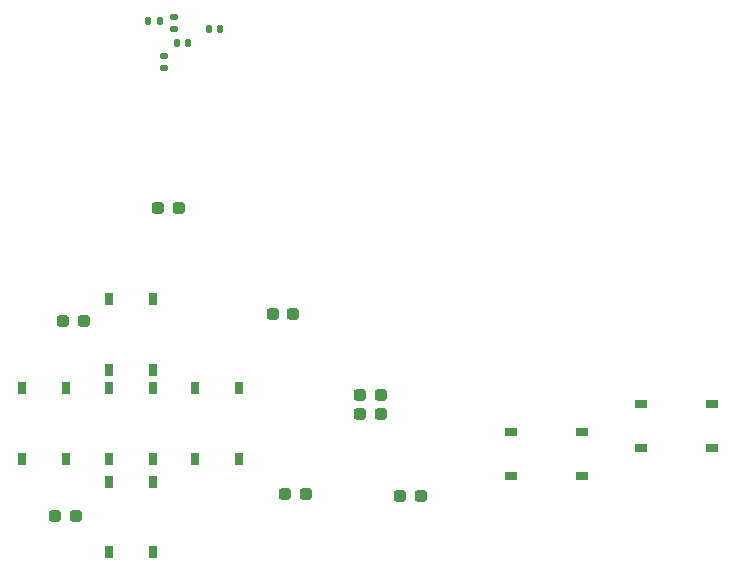
<source format=gbr>
%TF.GenerationSoftware,KiCad,Pcbnew,9.0.0*%
%TF.CreationDate,2025-05-29T01:16:52+08:00*%
%TF.ProjectId,greybadge_pcb,67726579-6261-4646-9765-5f7063622e6b,rev?*%
%TF.SameCoordinates,Original*%
%TF.FileFunction,Paste,Top*%
%TF.FilePolarity,Positive*%
%FSLAX46Y46*%
G04 Gerber Fmt 4.6, Leading zero omitted, Abs format (unit mm)*
G04 Created by KiCad (PCBNEW 9.0.0) date 2025-05-29 01:16:52*
%MOMM*%
%LPD*%
G01*
G04 APERTURE LIST*
G04 Aperture macros list*
%AMRoundRect*
0 Rectangle with rounded corners*
0 $1 Rounding radius*
0 $2 $3 $4 $5 $6 $7 $8 $9 X,Y pos of 4 corners*
0 Add a 4 corners polygon primitive as box body*
4,1,4,$2,$3,$4,$5,$6,$7,$8,$9,$2,$3,0*
0 Add four circle primitives for the rounded corners*
1,1,$1+$1,$2,$3*
1,1,$1+$1,$4,$5*
1,1,$1+$1,$6,$7*
1,1,$1+$1,$8,$9*
0 Add four rect primitives between the rounded corners*
20,1,$1+$1,$2,$3,$4,$5,0*
20,1,$1+$1,$4,$5,$6,$7,0*
20,1,$1+$1,$6,$7,$8,$9,0*
20,1,$1+$1,$8,$9,$2,$3,0*%
G04 Aperture macros list end*
%ADD10RoundRect,0.140000X0.140000X0.170000X-0.140000X0.170000X-0.140000X-0.170000X0.140000X-0.170000X0*%
%ADD11RoundRect,0.237500X-0.287500X-0.237500X0.287500X-0.237500X0.287500X0.237500X-0.287500X0.237500X0*%
%ADD12R,0.750000X1.000000*%
%ADD13RoundRect,0.140000X-0.170000X0.140000X-0.170000X-0.140000X0.170000X-0.140000X0.170000X0.140000X0*%
%ADD14R,1.000000X0.750000*%
G04 APERTURE END LIST*
D10*
%TO.C,C6*%
X104700000Y-88460000D03*
X103740000Y-88460000D03*
%TD*%
D11*
%TO.C,D7*%
X122642457Y-126857305D03*
X124392457Y-126857305D03*
%TD*%
D10*
%TO.C,C9*%
X102300000Y-86625000D03*
X101340000Y-86625000D03*
%TD*%
D12*
%TO.C,SW5*%
X97998499Y-123714415D03*
X97998499Y-117714415D03*
X101748499Y-123714415D03*
X101748499Y-117714415D03*
%TD*%
D11*
%TO.C,D3*%
X94133119Y-112005806D03*
X95883119Y-112005806D03*
%TD*%
D12*
%TO.C,SW1*%
X97998499Y-116119285D03*
X97998499Y-110119285D03*
X101748499Y-116119285D03*
X101748499Y-110119285D03*
%TD*%
D11*
%TO.C,D5*%
X102171899Y-102443298D03*
X103921899Y-102443298D03*
%TD*%
D12*
%TO.C,SW7*%
X97998499Y-131607886D03*
X97998499Y-125607886D03*
X101748499Y-131607886D03*
X101748499Y-125607886D03*
%TD*%
D13*
%TO.C,C10*%
X102650000Y-89595000D03*
X102650000Y-90555000D03*
%TD*%
%TO.C,C7*%
X103530000Y-86290000D03*
X103530000Y-87250000D03*
%TD*%
D11*
%TO.C,D2*%
X111860672Y-111430837D03*
X113610672Y-111430837D03*
%TD*%
D12*
%TO.C,SW4*%
X94380511Y-117714415D03*
X94380511Y-123714415D03*
X90630511Y-117714415D03*
X90630511Y-123714415D03*
%TD*%
D14*
%TO.C,SW6*%
X149019170Y-122801321D03*
X143019170Y-122801321D03*
X149019170Y-119051321D03*
X143019170Y-119051321D03*
%TD*%
D11*
%TO.C,D6*%
X119258956Y-118277145D03*
X121008956Y-118277145D03*
%TD*%
D12*
%TO.C,SW3*%
X109037471Y-117714415D03*
X109037471Y-123714415D03*
X105287471Y-117714415D03*
X105287471Y-123714415D03*
%TD*%
D11*
%TO.C,D4*%
X119275139Y-119916355D03*
X121025139Y-119916355D03*
%TD*%
D10*
%TO.C,C15*%
X107434610Y-87323175D03*
X106474610Y-87323175D03*
%TD*%
D11*
%TO.C,D1*%
X93422298Y-128489155D03*
X95172298Y-128489155D03*
%TD*%
D14*
%TO.C,SW2*%
X132058502Y-121370429D03*
X138058502Y-121370429D03*
X132058502Y-125120429D03*
X138058502Y-125120429D03*
%TD*%
D11*
%TO.C,D8*%
X112934701Y-126665832D03*
X114684701Y-126665832D03*
%TD*%
M02*

</source>
